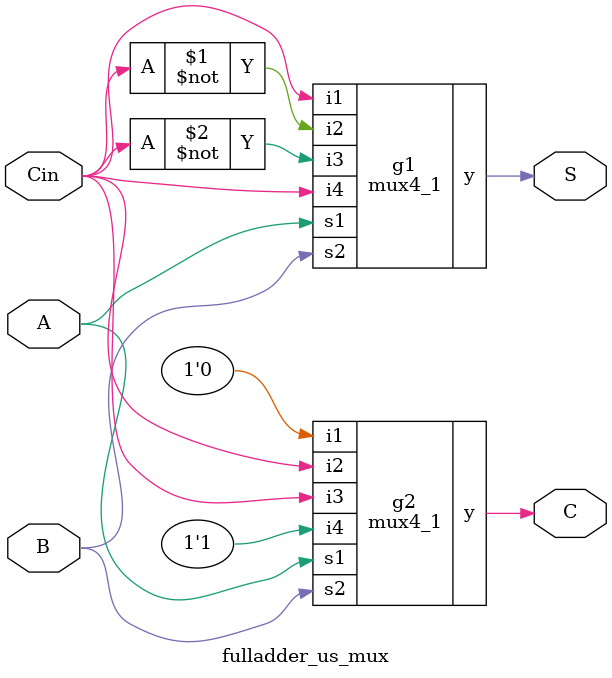
<source format=v>
module mux4_1(i1,i2,i3,i4,s1,s2,y);
input i1,i2,i3,i4,s1,s2;
output y;
wire x1,x2,x3,x4,x5,x6;
not n1(x1,s1);
not n2(x2,s2);
and a1(x3,i1,x1,x2);
and a2(x4,i2,x1,s2);
and a3(x5,i3,s1,x2);
and a4(x6,i4,s1,s2);
or o1(y,x3,x4,x5,x6);
endmodule

module fulladder_us_mux(input A,B,Cin,
output S,C
);
mux4_1 g1(.i1(Cin),.i2(~Cin),.i3(~Cin),.i4(Cin),.y(S),.s1(A),.s2(B));
mux4_1 g2(.i1(1'b0),.i2(Cin),.i3(Cin),.i4(1'b1),.y(C),.s1(A),.s2(B));
endmodule



</source>
